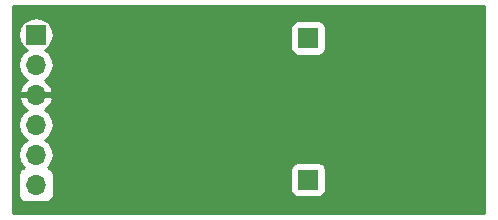
<source format=gbr>
G04 #@! TF.FileFunction,Copper,L1,Top,Signal*
%FSLAX46Y46*%
G04 Gerber Fmt 4.6, Leading zero omitted, Abs format (unit mm)*
G04 Created by KiCad (PCBNEW 4.0.7) date 04/27/18 14:39:09*
%MOMM*%
%LPD*%
G01*
G04 APERTURE LIST*
%ADD10C,0.150000*%
%ADD11O,1.700000X1.700000*%
%ADD12R,1.700000X1.700000*%
%ADD13C,0.600000*%
%ADD14C,0.254000*%
G04 APERTURE END LIST*
D10*
D11*
X123952000Y-121920000D03*
X123952000Y-119380000D03*
X123952000Y-116840000D03*
X123952000Y-114300000D03*
X123952000Y-111760000D03*
D12*
X123952000Y-109220000D03*
X147000000Y-121500000D03*
X147000000Y-109500000D03*
D13*
X157480000Y-121920000D03*
X157480000Y-109220000D03*
X149860000Y-109220000D03*
X149860000Y-121920000D03*
X134620000Y-121920000D03*
X134620000Y-109220000D03*
X142240000Y-109220000D03*
X142240000Y-121920000D03*
X127000000Y-121920000D03*
X127000000Y-109220000D03*
D14*
G36*
X161925000Y-124333000D02*
X122047000Y-124333000D01*
X122047000Y-116840000D01*
X122437907Y-116840000D01*
X122550946Y-117408285D01*
X122872853Y-117890054D01*
X123202026Y-118110000D01*
X122872853Y-118329946D01*
X122550946Y-118811715D01*
X122437907Y-119380000D01*
X122550946Y-119948285D01*
X122872853Y-120430054D01*
X122914452Y-120457850D01*
X122866683Y-120466838D01*
X122650559Y-120605910D01*
X122505569Y-120818110D01*
X122454560Y-121070000D01*
X122454560Y-122770000D01*
X122498838Y-123005317D01*
X122637910Y-123221441D01*
X122850110Y-123366431D01*
X123102000Y-123417440D01*
X124802000Y-123417440D01*
X125037317Y-123373162D01*
X125253441Y-123234090D01*
X125398431Y-123021890D01*
X125449440Y-122770000D01*
X125449440Y-121070000D01*
X125405162Y-120834683D01*
X125286322Y-120650000D01*
X145502560Y-120650000D01*
X145502560Y-122350000D01*
X145546838Y-122585317D01*
X145685910Y-122801441D01*
X145898110Y-122946431D01*
X146150000Y-122997440D01*
X147850000Y-122997440D01*
X148085317Y-122953162D01*
X148301441Y-122814090D01*
X148446431Y-122601890D01*
X148497440Y-122350000D01*
X148497440Y-120650000D01*
X148453162Y-120414683D01*
X148314090Y-120198559D01*
X148101890Y-120053569D01*
X147850000Y-120002560D01*
X146150000Y-120002560D01*
X145914683Y-120046838D01*
X145698559Y-120185910D01*
X145553569Y-120398110D01*
X145502560Y-120650000D01*
X125286322Y-120650000D01*
X125266090Y-120618559D01*
X125053890Y-120473569D01*
X124986459Y-120459914D01*
X125031147Y-120430054D01*
X125353054Y-119948285D01*
X125466093Y-119380000D01*
X125353054Y-118811715D01*
X125031147Y-118329946D01*
X124701974Y-118110000D01*
X125031147Y-117890054D01*
X125353054Y-117408285D01*
X125466093Y-116840000D01*
X125353054Y-116271715D01*
X125031147Y-115789946D01*
X124690447Y-115562298D01*
X124833358Y-115495183D01*
X125223645Y-115066924D01*
X125393476Y-114656890D01*
X125272155Y-114427000D01*
X124079000Y-114427000D01*
X124079000Y-114447000D01*
X123825000Y-114447000D01*
X123825000Y-114427000D01*
X122631845Y-114427000D01*
X122510524Y-114656890D01*
X122680355Y-115066924D01*
X123070642Y-115495183D01*
X123213553Y-115562298D01*
X122872853Y-115789946D01*
X122550946Y-116271715D01*
X122437907Y-116840000D01*
X122047000Y-116840000D01*
X122047000Y-109220000D01*
X122437907Y-109220000D01*
X122550946Y-109788285D01*
X122872853Y-110270054D01*
X123202026Y-110490000D01*
X122872853Y-110709946D01*
X122550946Y-111191715D01*
X122437907Y-111760000D01*
X122550946Y-112328285D01*
X122872853Y-112810054D01*
X123213553Y-113037702D01*
X123070642Y-113104817D01*
X122680355Y-113533076D01*
X122510524Y-113943110D01*
X122631845Y-114173000D01*
X123825000Y-114173000D01*
X123825000Y-114153000D01*
X124079000Y-114153000D01*
X124079000Y-114173000D01*
X125272155Y-114173000D01*
X125393476Y-113943110D01*
X125223645Y-113533076D01*
X124833358Y-113104817D01*
X124690447Y-113037702D01*
X125031147Y-112810054D01*
X125353054Y-112328285D01*
X125466093Y-111760000D01*
X125353054Y-111191715D01*
X125031147Y-110709946D01*
X124701974Y-110490000D01*
X125031147Y-110270054D01*
X125353054Y-109788285D01*
X125466093Y-109220000D01*
X125353054Y-108651715D01*
X125351909Y-108650000D01*
X145502560Y-108650000D01*
X145502560Y-110350000D01*
X145546838Y-110585317D01*
X145685910Y-110801441D01*
X145898110Y-110946431D01*
X146150000Y-110997440D01*
X147850000Y-110997440D01*
X148085317Y-110953162D01*
X148301441Y-110814090D01*
X148446431Y-110601890D01*
X148497440Y-110350000D01*
X148497440Y-108650000D01*
X148453162Y-108414683D01*
X148314090Y-108198559D01*
X148101890Y-108053569D01*
X147850000Y-108002560D01*
X146150000Y-108002560D01*
X145914683Y-108046838D01*
X145698559Y-108185910D01*
X145553569Y-108398110D01*
X145502560Y-108650000D01*
X125351909Y-108650000D01*
X125031147Y-108169946D01*
X124549378Y-107848039D01*
X123981093Y-107735000D01*
X123922907Y-107735000D01*
X123354622Y-107848039D01*
X122872853Y-108169946D01*
X122550946Y-108651715D01*
X122437907Y-109220000D01*
X122047000Y-109220000D01*
X122047000Y-106807000D01*
X161925000Y-106807000D01*
X161925000Y-124333000D01*
X161925000Y-124333000D01*
G37*
X161925000Y-124333000D02*
X122047000Y-124333000D01*
X122047000Y-116840000D01*
X122437907Y-116840000D01*
X122550946Y-117408285D01*
X122872853Y-117890054D01*
X123202026Y-118110000D01*
X122872853Y-118329946D01*
X122550946Y-118811715D01*
X122437907Y-119380000D01*
X122550946Y-119948285D01*
X122872853Y-120430054D01*
X122914452Y-120457850D01*
X122866683Y-120466838D01*
X122650559Y-120605910D01*
X122505569Y-120818110D01*
X122454560Y-121070000D01*
X122454560Y-122770000D01*
X122498838Y-123005317D01*
X122637910Y-123221441D01*
X122850110Y-123366431D01*
X123102000Y-123417440D01*
X124802000Y-123417440D01*
X125037317Y-123373162D01*
X125253441Y-123234090D01*
X125398431Y-123021890D01*
X125449440Y-122770000D01*
X125449440Y-121070000D01*
X125405162Y-120834683D01*
X125286322Y-120650000D01*
X145502560Y-120650000D01*
X145502560Y-122350000D01*
X145546838Y-122585317D01*
X145685910Y-122801441D01*
X145898110Y-122946431D01*
X146150000Y-122997440D01*
X147850000Y-122997440D01*
X148085317Y-122953162D01*
X148301441Y-122814090D01*
X148446431Y-122601890D01*
X148497440Y-122350000D01*
X148497440Y-120650000D01*
X148453162Y-120414683D01*
X148314090Y-120198559D01*
X148101890Y-120053569D01*
X147850000Y-120002560D01*
X146150000Y-120002560D01*
X145914683Y-120046838D01*
X145698559Y-120185910D01*
X145553569Y-120398110D01*
X145502560Y-120650000D01*
X125286322Y-120650000D01*
X125266090Y-120618559D01*
X125053890Y-120473569D01*
X124986459Y-120459914D01*
X125031147Y-120430054D01*
X125353054Y-119948285D01*
X125466093Y-119380000D01*
X125353054Y-118811715D01*
X125031147Y-118329946D01*
X124701974Y-118110000D01*
X125031147Y-117890054D01*
X125353054Y-117408285D01*
X125466093Y-116840000D01*
X125353054Y-116271715D01*
X125031147Y-115789946D01*
X124690447Y-115562298D01*
X124833358Y-115495183D01*
X125223645Y-115066924D01*
X125393476Y-114656890D01*
X125272155Y-114427000D01*
X124079000Y-114427000D01*
X124079000Y-114447000D01*
X123825000Y-114447000D01*
X123825000Y-114427000D01*
X122631845Y-114427000D01*
X122510524Y-114656890D01*
X122680355Y-115066924D01*
X123070642Y-115495183D01*
X123213553Y-115562298D01*
X122872853Y-115789946D01*
X122550946Y-116271715D01*
X122437907Y-116840000D01*
X122047000Y-116840000D01*
X122047000Y-109220000D01*
X122437907Y-109220000D01*
X122550946Y-109788285D01*
X122872853Y-110270054D01*
X123202026Y-110490000D01*
X122872853Y-110709946D01*
X122550946Y-111191715D01*
X122437907Y-111760000D01*
X122550946Y-112328285D01*
X122872853Y-112810054D01*
X123213553Y-113037702D01*
X123070642Y-113104817D01*
X122680355Y-113533076D01*
X122510524Y-113943110D01*
X122631845Y-114173000D01*
X123825000Y-114173000D01*
X123825000Y-114153000D01*
X124079000Y-114153000D01*
X124079000Y-114173000D01*
X125272155Y-114173000D01*
X125393476Y-113943110D01*
X125223645Y-113533076D01*
X124833358Y-113104817D01*
X124690447Y-113037702D01*
X125031147Y-112810054D01*
X125353054Y-112328285D01*
X125466093Y-111760000D01*
X125353054Y-111191715D01*
X125031147Y-110709946D01*
X124701974Y-110490000D01*
X125031147Y-110270054D01*
X125353054Y-109788285D01*
X125466093Y-109220000D01*
X125353054Y-108651715D01*
X125351909Y-108650000D01*
X145502560Y-108650000D01*
X145502560Y-110350000D01*
X145546838Y-110585317D01*
X145685910Y-110801441D01*
X145898110Y-110946431D01*
X146150000Y-110997440D01*
X147850000Y-110997440D01*
X148085317Y-110953162D01*
X148301441Y-110814090D01*
X148446431Y-110601890D01*
X148497440Y-110350000D01*
X148497440Y-108650000D01*
X148453162Y-108414683D01*
X148314090Y-108198559D01*
X148101890Y-108053569D01*
X147850000Y-108002560D01*
X146150000Y-108002560D01*
X145914683Y-108046838D01*
X145698559Y-108185910D01*
X145553569Y-108398110D01*
X145502560Y-108650000D01*
X125351909Y-108650000D01*
X125031147Y-108169946D01*
X124549378Y-107848039D01*
X123981093Y-107735000D01*
X123922907Y-107735000D01*
X123354622Y-107848039D01*
X122872853Y-108169946D01*
X122550946Y-108651715D01*
X122437907Y-109220000D01*
X122047000Y-109220000D01*
X122047000Y-106807000D01*
X161925000Y-106807000D01*
X161925000Y-124333000D01*
M02*

</source>
